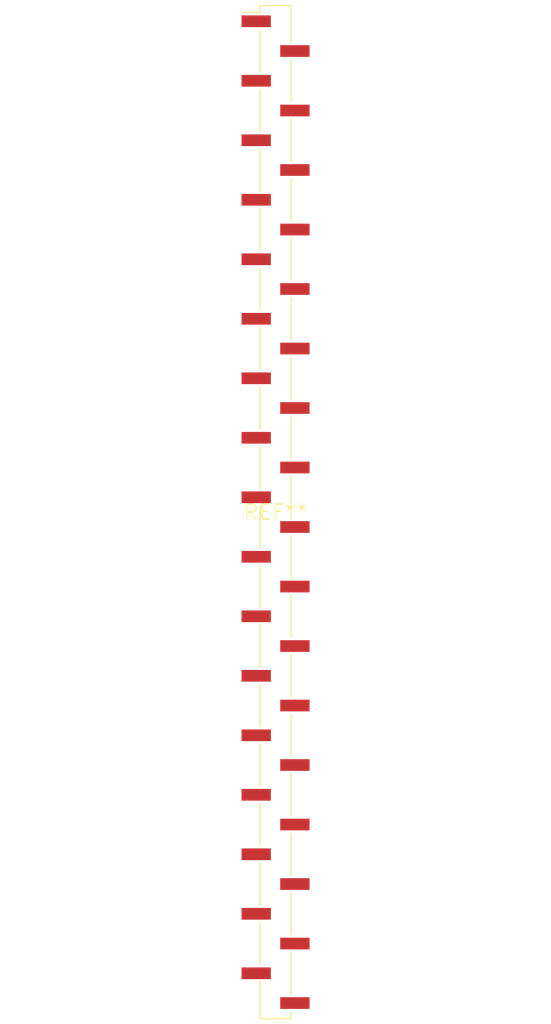
<source format=kicad_pcb>
(kicad_pcb (version 20240108) (generator pcbnew)
  (layers (0 "F.Cu" signal) (31 "B.Cu" signal) (34 "B.Paste" user) (35 "F.Paste" user) (36 "B.SilkS" user "B.Silkscreen") (37 "F.SilkS" user "F.Silkscreen") (38 "B.Mask" user) (39 "F.Mask" user) (44 "Edge.Cuts" user))
  (net 0 "")
  (footprint "PinHeader_1x34_P2.54mm_Vertical_SMD_Pin1Left" (layer "F.Cu") (at 0 0)
    (property "Reference" "REF**")
    (property "Value" "PinHeader_1x34_P2.54mm_Vertical_SMD_Pin1Left")
    (fp_line (start -1.33 -43.24) (end -1.33 -42.67) (layer "F.SilkS") (stroke (width 0.12)))
    (fp_line (start -1.33 -43.24) (end 1.33 -43.24) (layer "F.SilkS") (stroke (width 0.12)))
    (fp_line (start -1.33 -42.67) (end -2.85 -42.67) (layer "F.SilkS") (stroke (width 0.12)))
    (fp_line (start -1.33 -41.15) (end -1.33 -37.59) (layer "F.SilkS") (stroke (width 0.12)))
    (fp_line (start -1.33 -36.07) (end -1.33 -32.51) (layer "F.SilkS") (stroke (width 0.12)))
    (fp_line (start -1.33 -30.99) (end -1.33 -27.43) (layer "F.SilkS") (stroke (width 0.12)))
    (fp_line (start -1.33 -25.91) (end -1.33 -22.35) (layer "F.SilkS") (stroke (width 0.12)))
    (fp_line (start -1.33 -20.83) (end -1.33 -17.27) (layer "F.SilkS") (stroke (width 0.12)))
    (fp_line (start -1.33 -15.75) (end -1.33 -12.19) (layer "F.SilkS") (stroke (width 0.12)))
    (fp_line (start -1.33 -10.67) (end -1.33 -7.11) (layer "F.SilkS") (stroke (width 0.12)))
    (fp_line (start -1.33 -5.59) (end -1.33 -2.03) (layer "F.SilkS") (stroke (width 0.12)))
    (fp_line (start -1.33 -0.51) (end -1.33 3.05) (layer "F.SilkS") (stroke (width 0.12)))
    (fp_line (start -1.33 4.57) (end -1.33 8.13) (layer "F.SilkS") (stroke (width 0.12)))
    (fp_line (start -1.33 9.65) (end -1.33 13.21) (layer "F.SilkS") (stroke (width 0.12)))
    (fp_line (start -1.33 14.73) (end -1.33 18.29) (layer "F.SilkS") (stroke (width 0.12)))
    (fp_line (start -1.33 19.81) (end -1.33 23.37) (layer "F.SilkS") (stroke (width 0.12)))
    (fp_line (start -1.33 24.89) (end -1.33 28.45) (layer "F.SilkS") (stroke (width 0.12)))
    (fp_line (start -1.33 29.97) (end -1.33 33.53) (layer "F.SilkS") (stroke (width 0.12)))
    (fp_line (start -1.33 35.05) (end -1.33 38.61) (layer "F.SilkS") (stroke (width 0.12)))
    (fp_line (start -1.33 40.13) (end -1.33 43.24) (layer "F.SilkS") (stroke (width 0.12)))
    (fp_line (start -1.33 43.24) (end 1.33 43.24) (layer "F.SilkS") (stroke (width 0.12)))
    (fp_line (start 1.33 -43.24) (end 1.33 -40.13) (layer "F.SilkS") (stroke (width 0.12)))
    (fp_line (start 1.33 -38.61) (end 1.33 -35.05) (layer "F.SilkS") (stroke (width 0.12)))
    (fp_line (start 1.33 -33.53) (end 1.33 -29.97) (layer "F.SilkS") (stroke (width 0.12)))
    (fp_line (start 1.33 -28.45) (end 1.33 -24.89) (layer "F.SilkS") (stroke (width 0.12)))
    (fp_line (start 1.33 -23.37) (end 1.33 -19.81) (layer "F.SilkS") (stroke (width 0.12)))
    (fp_line (start 1.33 -18.29) (end 1.33 -14.73) (layer "F.SilkS") (stroke (width 0.12)))
    (fp_line (start 1.33 -13.21) (end 1.33 -9.65) (layer "F.SilkS") (stroke (width 0.12)))
    (fp_line (start 1.33 -8.13) (end 1.33 -4.57) (layer "F.SilkS") (stroke (width 0.12)))
    (fp_line (start 1.33 -3.05) (end 1.33 0.51) (layer "F.SilkS") (stroke (width 0.12)))
    (fp_line (start 1.33 2.03) (end 1.33 5.59) (layer "F.SilkS") (stroke (width 0.12)))
    (fp_line (start 1.33 7.11) (end 1.33 10.67) (layer "F.SilkS") (stroke (width 0.12)))
    (fp_line (start 1.33 12.19) (end 1.33 15.75) (layer "F.SilkS") (stroke (width 0.12)))
    (fp_line (start 1.33 17.27) (end 1.33 20.83) (layer "F.SilkS") (stroke (width 0.12)))
    (fp_line (start 1.33 22.35) (end 1.33 25.91) (layer "F.SilkS") (stroke (width 0.12)))
    (fp_line (start 1.33 27.43) (end 1.33 30.99) (layer "F.SilkS") (stroke (width 0.12)))
    (fp_line (start 1.33 32.51) (end 1.33 36.07) (layer "F.SilkS") (stroke (width 0.12)))
    (fp_line (start 1.33 37.59) (end 1.33 41.15) (layer "F.SilkS") (stroke (width 0.12)))
    (fp_line (start 1.33 42.67) (end 1.33 43.24) (layer "F.SilkS") (stroke (width 0.12)))
    (pad "1" smd rect (at -1.655 -41.91) (size 2.51 1) (layers "F.Cu" "F.Paste" "F.Mask"))
    (pad "2" smd rect (at 1.655 -39.37) (size 2.51 1) (layers "F.Cu" "F.Paste" "F.Mask"))
    (pad "3" smd rect (at -1.655 -36.83) (size 2.51 1) (layers "F.Cu" "F.Paste" "F.Mask"))
    (pad "4" smd rect (at 1.655 -34.29) (size 2.51 1) (layers "F.Cu" "F.Paste" "F.Mask"))
    (pad "5" smd rect (at -1.655 -31.75) (size 2.51 1) (layers "F.Cu" "F.Paste" "F.Mask"))
    (pad "6" smd rect (at 1.655 -29.21) (size 2.51 1) (layers "F.Cu" "F.Paste" "F.Mask"))
    (pad "7" smd rect (at -1.655 -26.67) (size 2.51 1) (layers "F.Cu" "F.Paste" "F.Mask"))
    (pad "8" smd rect (at 1.655 -24.13) (size 2.51 1) (layers "F.Cu" "F.Paste" "F.Mask"))
    (pad "9" smd rect (at -1.655 -21.59) (size 2.51 1) (layers "F.Cu" "F.Paste" "F.Mask"))
    (pad "10" smd rect (at 1.655 -19.05) (size 2.51 1) (layers "F.Cu" "F.Paste" "F.Mask"))
    (pad "11" smd rect (at -1.655 -16.51) (size 2.51 1) (layers "F.Cu" "F.Paste" "F.Mask"))
    (pad "12" smd rect (at 1.655 -13.97) (size 2.51 1) (layers "F.Cu" "F.Paste" "F.Mask"))
    (pad "13" smd rect (at -1.655 -11.43) (size 2.51 1) (layers "F.Cu" "F.Paste" "F.Mask"))
    (pad "14" smd rect (at 1.655 -8.89) (size 2.51 1) (layers "F.Cu" "F.Paste" "F.Mask"))
    (pad "15" smd rect (at -1.655 -6.35) (size 2.51 1) (layers "F.Cu" "F.Paste" "F.Mask"))
    (pad "16" smd rect (at 1.655 -3.81) (size 2.51 1) (layers "F.Cu" "F.Paste" "F.Mask"))
    (pad "17" smd rect (at -1.655 -1.27) (size 2.51 1) (layers "F.Cu" "F.Paste" "F.Mask"))
    (pad "18" smd rect (at 1.655 1.27) (size 2.51 1) (layers "F.Cu" "F.Paste" "F.Mask"))
    (pad "19" smd rect (at -1.655 3.81) (size 2.51 1) (layers "F.Cu" "F.Paste" "F.Mask"))
    (pad "20" smd rect (at 1.655 6.35) (size 2.51 1) (layers "F.Cu" "F.Paste" "F.Mask"))
    (pad "21" smd rect (at -1.655 8.89) (size 2.51 1) (layers "F.Cu" "F.Paste" "F.Mask"))
    (pad "22" smd rect (at 1.655 11.43) (size 2.51 1) (layers "F.Cu" "F.Paste" "F.Mask"))
    (pad "23" smd rect (at -1.655 13.97) (size 2.51 1) (layers "F.Cu" "F.Paste" "F.Mask"))
    (pad "24" smd rect (at 1.655 16.51) (size 2.51 1) (layers "F.Cu" "F.Paste" "F.Mask"))
    (pad "25" smd rect (at -1.655 19.05) (size 2.51 1) (layers "F.Cu" "F.Paste" "F.Mask"))
    (pad "26" smd rect (at 1.655 21.59) (size 2.51 1) (layers "F.Cu" "F.Paste" "F.Mask"))
    (pad "27" smd rect (at -1.655 24.13) (size 2.51 1) (layers "F.Cu" "F.Paste" "F.Mask"))
    (pad "28" smd rect (at 1.655 26.67) (size 2.51 1) (layers "F.Cu" "F.Paste" "F.Mask"))
    (pad "29" smd rect (at -1.655 29.21) (size 2.51 1) (layers "F.Cu" "F.Paste" "F.Mask"))
    (pad "30" smd rect (at 1.655 31.75) (size 2.51 1) (layers "F.Cu" "F.Paste" "F.Mask"))
    (pad "31" smd rect (at -1.655 34.29) (size 2.51 1) (layers "F.Cu" "F.Paste" "F.Mask"))
    (pad "32" smd rect (at 1.655 36.83) (size 2.51 1) (layers "F.Cu" "F.Paste" "F.Mask"))
    (pad "33" smd rect (at -1.655 39.37) (size 2.51 1) (layers "F.Cu" "F.Paste" "F.Mask"))
    (pad "34" smd rect (at 1.655 41.91) (size 2.51 1) (layers "F.Cu" "F.Paste" "F.Mask"))
  )
)
</source>
